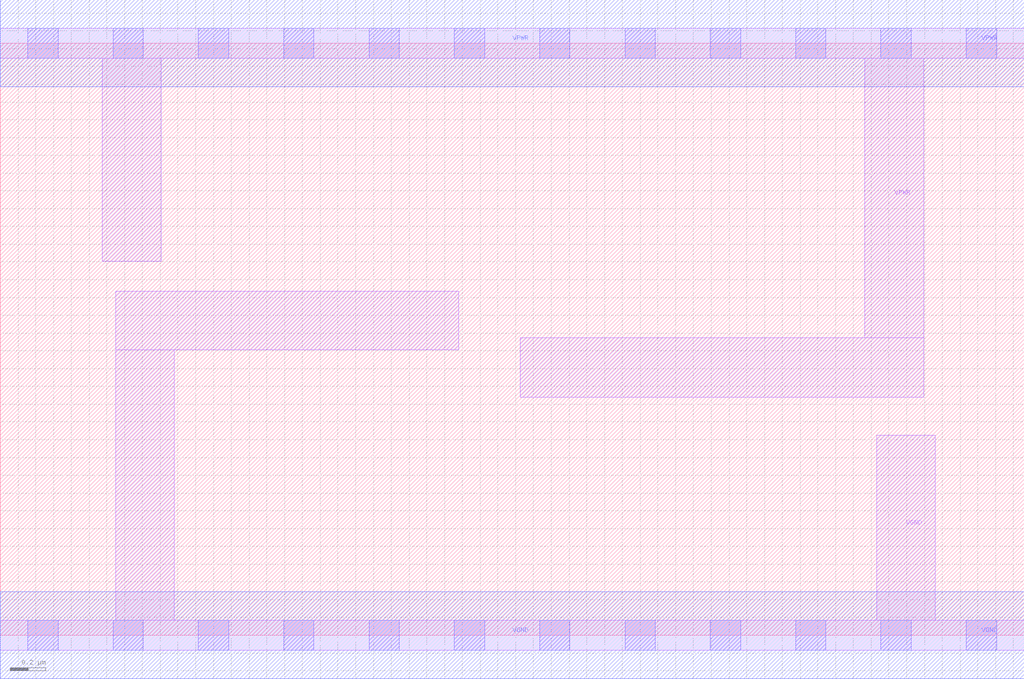
<source format=lef>
# Copyright 2020 The SkyWater PDK Authors
#
# Licensed under the Apache License, Version 2.0 (the "License");
# you may not use this file except in compliance with the License.
# You may obtain a copy of the License at
#
#     https://www.apache.org/licenses/LICENSE-2.0
#
# Unless required by applicable law or agreed to in writing, software
# distributed under the License is distributed on an "AS IS" BASIS,
# WITHOUT WARRANTIES OR CONDITIONS OF ANY KIND, either express or implied.
# See the License for the specific language governing permissions and
# limitations under the License.
#
# SPDX-License-Identifier: Apache-2.0

VERSION 5.7 ;
  NAMESCASESENSITIVE ON ;
  NOWIREEXTENSIONATPIN ON ;
  DIVIDERCHAR "/" ;
  BUSBITCHARS "[]" ;
UNITS
  DATABASE MICRONS 200 ;
END UNITS
MACRO sky130_fd_sc_lp__decap_12
  CLASS CORE SPACER ;
  SOURCE USER ;
  FOREIGN sky130_fd_sc_lp__decap_12 ;
  ORIGIN  0.000000  0.000000 ;
  SIZE  5.760000 BY  3.330000 ;
  SYMMETRY X Y R90 ;
  SITE unit ;
  PIN VGND
    DIRECTION INOUT ;
    USE GROUND ;
    PORT
      LAYER li1 ;
        RECT 0.000000 -0.085000 5.760000 0.085000 ;
        RECT 0.650000  0.085000 0.980000 1.605000 ;
        RECT 0.650000  1.605000 2.580000 1.935000 ;
        RECT 4.930000  0.085000 5.260000 1.125000 ;
      LAYER mcon ;
        RECT 0.155000 -0.085000 0.325000 0.085000 ;
        RECT 0.635000 -0.085000 0.805000 0.085000 ;
        RECT 1.115000 -0.085000 1.285000 0.085000 ;
        RECT 1.595000 -0.085000 1.765000 0.085000 ;
        RECT 2.075000 -0.085000 2.245000 0.085000 ;
        RECT 2.555000 -0.085000 2.725000 0.085000 ;
        RECT 3.035000 -0.085000 3.205000 0.085000 ;
        RECT 3.515000 -0.085000 3.685000 0.085000 ;
        RECT 3.995000 -0.085000 4.165000 0.085000 ;
        RECT 4.475000 -0.085000 4.645000 0.085000 ;
        RECT 4.955000 -0.085000 5.125000 0.085000 ;
        RECT 5.435000 -0.085000 5.605000 0.085000 ;
      LAYER met1 ;
        RECT 0.000000 -0.245000 5.760000 0.245000 ;
    END
  END VGND
  PIN VPWR
    DIRECTION INOUT ;
    USE POWER ;
    PORT
      LAYER li1 ;
        RECT 0.000000 3.245000 5.760000 3.415000 ;
        RECT 0.575000 2.105000 0.905000 3.245000 ;
        RECT 2.925000 1.340000 5.195000 1.675000 ;
        RECT 4.865000 1.675000 5.195000 3.245000 ;
      LAYER mcon ;
        RECT 0.155000 3.245000 0.325000 3.415000 ;
        RECT 0.635000 3.245000 0.805000 3.415000 ;
        RECT 1.115000 3.245000 1.285000 3.415000 ;
        RECT 1.595000 3.245000 1.765000 3.415000 ;
        RECT 2.075000 3.245000 2.245000 3.415000 ;
        RECT 2.555000 3.245000 2.725000 3.415000 ;
        RECT 3.035000 3.245000 3.205000 3.415000 ;
        RECT 3.515000 3.245000 3.685000 3.415000 ;
        RECT 3.995000 3.245000 4.165000 3.415000 ;
        RECT 4.475000 3.245000 4.645000 3.415000 ;
        RECT 4.955000 3.245000 5.125000 3.415000 ;
        RECT 5.435000 3.245000 5.605000 3.415000 ;
      LAYER met1 ;
        RECT 0.000000 3.085000 5.760000 3.575000 ;
    END
  END VPWR
END sky130_fd_sc_lp__decap_12

</source>
